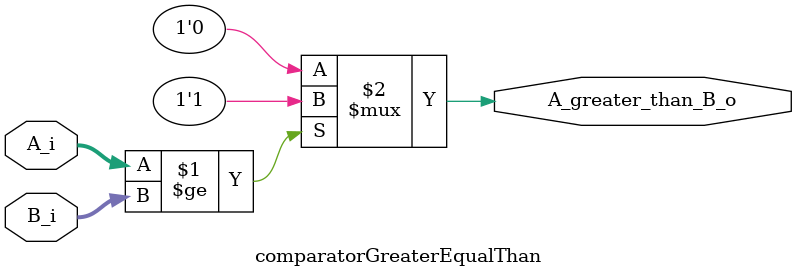
<source format=sv>
/*	
   ===================================================================
   Module Name  : Comparator Greater Equal Than
      
   Filename     : comparatorGreaterEqualThan.v
   Type         : Verilog Module
   
   Description  : This block compares two unsigned binary numbers.
                  A_greater_than_B_o output values:
                  
                  Value   Condition
                  
                  1'b1     A_i > B_i                  
                  1'b0     otherwise
                  
   -----------------------------------------------------------------------------
   Clocks      : -
   Reset       : -
   Parameters  :   
         NAME                         Comments                   Default
         ------------------------------------------------------------------------------
         DATA_WIDTH              Number of data bits                13 
         ------------------------------------------------------------------------------
    ----------------------------------------------------------------------------------------------------
	Version		:	1.0
	Date		:	01	Mayo	2024
	Revision	:	Doc. Vidkar Anibal Delgado Gallardo
	Reviser		:	Doc. Vidkar Anibal Delgado Gallardo
	----------------------------------------------------------------------------------------------------
	Any modification Log "Please Register All the modifications in this area and put the date"
	Example:	
	Date		:	01	Mayo	2124
	Modification of module lemon#(blabla); 
      
   ----------------------
   // Instance template
   ----------------------
   comparatorGreaterEqualThan 
   #(
      .DATA_WIDTH			(),
   )
   "MODULE_NAME"
   (
      .A_i					(),
      .B_i					(), 
      .A_greater_than_B_o	()
   );
*/

module comparatorGreaterEqualThan
#(
   parameter DATA_WIDTH = 13
)(
	input [DATA_WIDTH-1:0] A_i,
	input [DATA_WIDTH-1:0] B_i, 
	output                 A_greater_than_B_o
);

assign A_greater_than_B_o = ( A_i >= B_i ) ? 1'b1 :  1'b0;

endmodule

</source>
